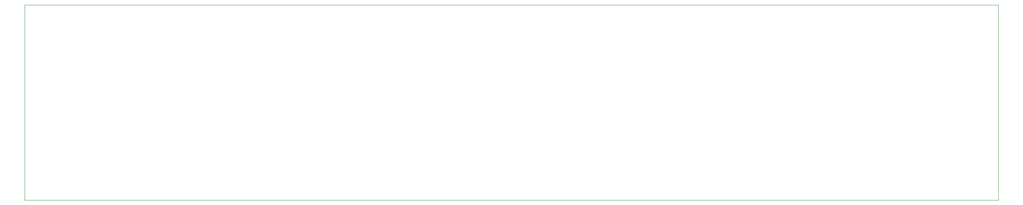
<source format=gm1>
%TF.GenerationSoftware,KiCad,Pcbnew,9.0.4*%
%TF.CreationDate,2025-11-16T22:43:31-07:00*%
%TF.ProjectId,Nixie Clock ECE5930,4e697869-6520-4436-9c6f-636b20454345,rev?*%
%TF.SameCoordinates,Original*%
%TF.FileFunction,Profile,NP*%
%FSLAX46Y46*%
G04 Gerber Fmt 4.6, Leading zero omitted, Abs format (unit mm)*
G04 Created by KiCad (PCBNEW 9.0.4) date 2025-11-16 22:43:31*
%MOMM*%
%LPD*%
G01*
G04 APERTURE LIST*
%TA.AperFunction,Profile*%
%ADD10C,0.050000*%
%TD*%
G04 APERTURE END LIST*
D10*
X28550080Y-22500000D02*
X245950080Y-22500000D01*
X245950080Y-66000000D01*
X28550080Y-66000000D01*
X28550080Y-22500000D01*
M02*

</source>
